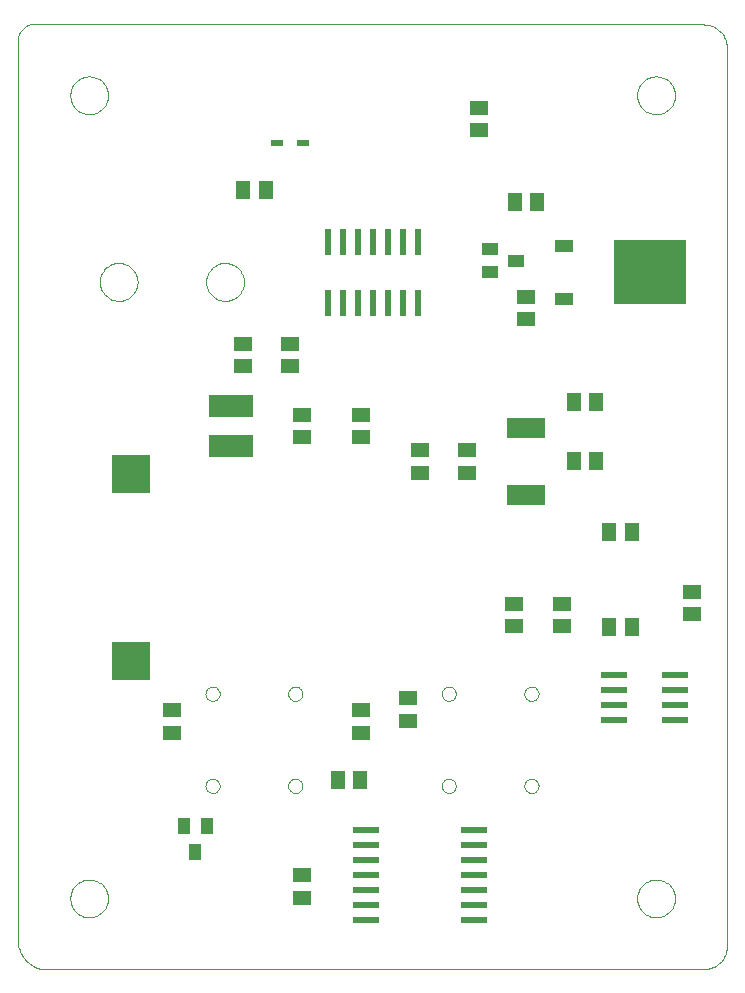
<source format=gtp>
G75*
G70*
%OFA0B0*%
%FSLAX24Y24*%
%IPPOS*%
%LPD*%
%AMOC8*
5,1,8,0,0,1.08239X$1,22.5*
%
%ADD10C,0.0000*%
%ADD11R,0.0591X0.0512*%
%ADD12R,0.0512X0.0591*%
%ADD13R,0.1500X0.0760*%
%ADD14R,0.0394X0.0236*%
%ADD15R,0.0236X0.0866*%
%ADD16R,0.0866X0.0236*%
%ADD17R,0.1260X0.1260*%
%ADD18R,0.0394X0.0551*%
%ADD19R,0.2441X0.2126*%
%ADD20R,0.0630X0.0394*%
%ADD21R,0.0551X0.0394*%
%ADD22R,0.1260X0.0709*%
D10*
X015719Y008027D02*
X015719Y037948D01*
X015736Y037993D01*
X015757Y038038D01*
X015781Y038080D01*
X015809Y038120D01*
X015839Y038159D01*
X015873Y038194D01*
X015909Y038227D01*
X015947Y038257D01*
X015988Y038284D01*
X016031Y038307D01*
X016075Y038327D01*
X016121Y038344D01*
X016168Y038357D01*
X016216Y038366D01*
X016265Y038371D01*
X016314Y038373D01*
X016363Y038371D01*
X016411Y038365D01*
X016459Y038355D01*
X016506Y038341D01*
X016506Y038342D02*
X038553Y038342D01*
X038553Y038341D02*
X038607Y038339D01*
X038660Y038334D01*
X038713Y038325D01*
X038765Y038312D01*
X038817Y038296D01*
X038867Y038276D01*
X038915Y038253D01*
X038962Y038226D01*
X039007Y038197D01*
X039050Y038164D01*
X039090Y038129D01*
X039128Y038091D01*
X039163Y038051D01*
X039196Y038008D01*
X039225Y037963D01*
X039252Y037916D01*
X039275Y037868D01*
X039295Y037818D01*
X039311Y037766D01*
X039324Y037714D01*
X039333Y037661D01*
X039338Y037608D01*
X039340Y037554D01*
X039341Y037554D02*
X039341Y007633D01*
X039340Y007633D02*
X039338Y007579D01*
X039333Y007526D01*
X039324Y007473D01*
X039311Y007421D01*
X039295Y007369D01*
X039275Y007319D01*
X039252Y007271D01*
X039225Y007224D01*
X039196Y007179D01*
X039163Y007136D01*
X039128Y007096D01*
X039090Y007058D01*
X039050Y007023D01*
X039007Y006990D01*
X038962Y006961D01*
X038915Y006934D01*
X038867Y006911D01*
X038817Y006891D01*
X038765Y006875D01*
X038713Y006862D01*
X038660Y006853D01*
X038607Y006848D01*
X038553Y006846D01*
X016506Y006846D01*
X016506Y006845D02*
X016447Y006859D01*
X016389Y006876D01*
X016332Y006897D01*
X016276Y006921D01*
X016222Y006949D01*
X016170Y006979D01*
X016119Y007013D01*
X016071Y007050D01*
X016025Y007089D01*
X015982Y007132D01*
X015941Y007176D01*
X015903Y007224D01*
X015868Y007273D01*
X015836Y007325D01*
X015807Y007378D01*
X015781Y007433D01*
X015759Y007489D01*
X015740Y007547D01*
X015724Y007606D01*
X015713Y007665D01*
X015704Y007725D01*
X015700Y007786D01*
X015699Y007846D01*
X015702Y007907D01*
X015708Y007967D01*
X015718Y008027D01*
X017451Y009208D02*
X017453Y009258D01*
X017459Y009308D01*
X017469Y009357D01*
X017483Y009405D01*
X017500Y009452D01*
X017521Y009497D01*
X017546Y009541D01*
X017574Y009582D01*
X017606Y009621D01*
X017640Y009658D01*
X017677Y009692D01*
X017717Y009722D01*
X017759Y009749D01*
X017803Y009773D01*
X017849Y009794D01*
X017896Y009810D01*
X017944Y009823D01*
X017994Y009832D01*
X018043Y009837D01*
X018094Y009838D01*
X018144Y009835D01*
X018193Y009828D01*
X018242Y009817D01*
X018290Y009802D01*
X018336Y009784D01*
X018381Y009762D01*
X018424Y009736D01*
X018465Y009707D01*
X018504Y009675D01*
X018540Y009640D01*
X018572Y009602D01*
X018602Y009562D01*
X018629Y009519D01*
X018652Y009475D01*
X018671Y009429D01*
X018687Y009381D01*
X018699Y009332D01*
X018707Y009283D01*
X018711Y009233D01*
X018711Y009183D01*
X018707Y009133D01*
X018699Y009084D01*
X018687Y009035D01*
X018671Y008987D01*
X018652Y008941D01*
X018629Y008897D01*
X018602Y008854D01*
X018572Y008814D01*
X018540Y008776D01*
X018504Y008741D01*
X018465Y008709D01*
X018424Y008680D01*
X018381Y008654D01*
X018336Y008632D01*
X018290Y008614D01*
X018242Y008599D01*
X018193Y008588D01*
X018144Y008581D01*
X018094Y008578D01*
X018043Y008579D01*
X017994Y008584D01*
X017944Y008593D01*
X017896Y008606D01*
X017849Y008622D01*
X017803Y008643D01*
X017759Y008667D01*
X017717Y008694D01*
X017677Y008724D01*
X017640Y008758D01*
X017606Y008795D01*
X017574Y008834D01*
X017546Y008875D01*
X017521Y008919D01*
X017500Y008964D01*
X017483Y009011D01*
X017469Y009059D01*
X017459Y009108D01*
X017453Y009158D01*
X017451Y009208D01*
X021957Y012960D02*
X021959Y012990D01*
X021965Y013020D01*
X021974Y013049D01*
X021987Y013076D01*
X022004Y013101D01*
X022023Y013124D01*
X022046Y013145D01*
X022071Y013162D01*
X022097Y013176D01*
X022126Y013186D01*
X022155Y013193D01*
X022185Y013196D01*
X022216Y013195D01*
X022246Y013190D01*
X022275Y013181D01*
X022302Y013169D01*
X022328Y013154D01*
X022352Y013135D01*
X022373Y013113D01*
X022391Y013089D01*
X022406Y013062D01*
X022417Y013034D01*
X022425Y013005D01*
X022429Y012975D01*
X022429Y012945D01*
X022425Y012915D01*
X022417Y012886D01*
X022406Y012858D01*
X022391Y012831D01*
X022373Y012807D01*
X022352Y012785D01*
X022328Y012766D01*
X022302Y012751D01*
X022275Y012739D01*
X022246Y012730D01*
X022216Y012725D01*
X022185Y012724D01*
X022155Y012727D01*
X022126Y012734D01*
X022097Y012744D01*
X022071Y012758D01*
X022046Y012775D01*
X022023Y012796D01*
X022004Y012819D01*
X021987Y012844D01*
X021974Y012871D01*
X021965Y012900D01*
X021959Y012930D01*
X021957Y012960D01*
X024713Y012960D02*
X024715Y012990D01*
X024721Y013020D01*
X024730Y013049D01*
X024743Y013076D01*
X024760Y013101D01*
X024779Y013124D01*
X024802Y013145D01*
X024827Y013162D01*
X024853Y013176D01*
X024882Y013186D01*
X024911Y013193D01*
X024941Y013196D01*
X024972Y013195D01*
X025002Y013190D01*
X025031Y013181D01*
X025058Y013169D01*
X025084Y013154D01*
X025108Y013135D01*
X025129Y013113D01*
X025147Y013089D01*
X025162Y013062D01*
X025173Y013034D01*
X025181Y013005D01*
X025185Y012975D01*
X025185Y012945D01*
X025181Y012915D01*
X025173Y012886D01*
X025162Y012858D01*
X025147Y012831D01*
X025129Y012807D01*
X025108Y012785D01*
X025084Y012766D01*
X025058Y012751D01*
X025031Y012739D01*
X025002Y012730D01*
X024972Y012725D01*
X024941Y012724D01*
X024911Y012727D01*
X024882Y012734D01*
X024853Y012744D01*
X024827Y012758D01*
X024802Y012775D01*
X024779Y012796D01*
X024760Y012819D01*
X024743Y012844D01*
X024730Y012871D01*
X024721Y012900D01*
X024715Y012930D01*
X024713Y012960D01*
X024713Y016031D02*
X024715Y016061D01*
X024721Y016091D01*
X024730Y016120D01*
X024743Y016147D01*
X024760Y016172D01*
X024779Y016195D01*
X024802Y016216D01*
X024827Y016233D01*
X024853Y016247D01*
X024882Y016257D01*
X024911Y016264D01*
X024941Y016267D01*
X024972Y016266D01*
X025002Y016261D01*
X025031Y016252D01*
X025058Y016240D01*
X025084Y016225D01*
X025108Y016206D01*
X025129Y016184D01*
X025147Y016160D01*
X025162Y016133D01*
X025173Y016105D01*
X025181Y016076D01*
X025185Y016046D01*
X025185Y016016D01*
X025181Y015986D01*
X025173Y015957D01*
X025162Y015929D01*
X025147Y015902D01*
X025129Y015878D01*
X025108Y015856D01*
X025084Y015837D01*
X025058Y015822D01*
X025031Y015810D01*
X025002Y015801D01*
X024972Y015796D01*
X024941Y015795D01*
X024911Y015798D01*
X024882Y015805D01*
X024853Y015815D01*
X024827Y015829D01*
X024802Y015846D01*
X024779Y015867D01*
X024760Y015890D01*
X024743Y015915D01*
X024730Y015942D01*
X024721Y015971D01*
X024715Y016001D01*
X024713Y016031D01*
X021957Y016031D02*
X021959Y016061D01*
X021965Y016091D01*
X021974Y016120D01*
X021987Y016147D01*
X022004Y016172D01*
X022023Y016195D01*
X022046Y016216D01*
X022071Y016233D01*
X022097Y016247D01*
X022126Y016257D01*
X022155Y016264D01*
X022185Y016267D01*
X022216Y016266D01*
X022246Y016261D01*
X022275Y016252D01*
X022302Y016240D01*
X022328Y016225D01*
X022352Y016206D01*
X022373Y016184D01*
X022391Y016160D01*
X022406Y016133D01*
X022417Y016105D01*
X022425Y016076D01*
X022429Y016046D01*
X022429Y016016D01*
X022425Y015986D01*
X022417Y015957D01*
X022406Y015929D01*
X022391Y015902D01*
X022373Y015878D01*
X022352Y015856D01*
X022328Y015837D01*
X022302Y015822D01*
X022275Y015810D01*
X022246Y015801D01*
X022216Y015796D01*
X022185Y015795D01*
X022155Y015798D01*
X022126Y015805D01*
X022097Y015815D01*
X022071Y015829D01*
X022046Y015846D01*
X022023Y015867D01*
X022004Y015890D01*
X021987Y015915D01*
X021974Y015942D01*
X021965Y015971D01*
X021959Y016001D01*
X021957Y016031D01*
X029831Y016031D02*
X029833Y016061D01*
X029839Y016091D01*
X029848Y016120D01*
X029861Y016147D01*
X029878Y016172D01*
X029897Y016195D01*
X029920Y016216D01*
X029945Y016233D01*
X029971Y016247D01*
X030000Y016257D01*
X030029Y016264D01*
X030059Y016267D01*
X030090Y016266D01*
X030120Y016261D01*
X030149Y016252D01*
X030176Y016240D01*
X030202Y016225D01*
X030226Y016206D01*
X030247Y016184D01*
X030265Y016160D01*
X030280Y016133D01*
X030291Y016105D01*
X030299Y016076D01*
X030303Y016046D01*
X030303Y016016D01*
X030299Y015986D01*
X030291Y015957D01*
X030280Y015929D01*
X030265Y015902D01*
X030247Y015878D01*
X030226Y015856D01*
X030202Y015837D01*
X030176Y015822D01*
X030149Y015810D01*
X030120Y015801D01*
X030090Y015796D01*
X030059Y015795D01*
X030029Y015798D01*
X030000Y015805D01*
X029971Y015815D01*
X029945Y015829D01*
X029920Y015846D01*
X029897Y015867D01*
X029878Y015890D01*
X029861Y015915D01*
X029848Y015942D01*
X029839Y015971D01*
X029833Y016001D01*
X029831Y016031D01*
X032587Y016031D02*
X032589Y016061D01*
X032595Y016091D01*
X032604Y016120D01*
X032617Y016147D01*
X032634Y016172D01*
X032653Y016195D01*
X032676Y016216D01*
X032701Y016233D01*
X032727Y016247D01*
X032756Y016257D01*
X032785Y016264D01*
X032815Y016267D01*
X032846Y016266D01*
X032876Y016261D01*
X032905Y016252D01*
X032932Y016240D01*
X032958Y016225D01*
X032982Y016206D01*
X033003Y016184D01*
X033021Y016160D01*
X033036Y016133D01*
X033047Y016105D01*
X033055Y016076D01*
X033059Y016046D01*
X033059Y016016D01*
X033055Y015986D01*
X033047Y015957D01*
X033036Y015929D01*
X033021Y015902D01*
X033003Y015878D01*
X032982Y015856D01*
X032958Y015837D01*
X032932Y015822D01*
X032905Y015810D01*
X032876Y015801D01*
X032846Y015796D01*
X032815Y015795D01*
X032785Y015798D01*
X032756Y015805D01*
X032727Y015815D01*
X032701Y015829D01*
X032676Y015846D01*
X032653Y015867D01*
X032634Y015890D01*
X032617Y015915D01*
X032604Y015942D01*
X032595Y015971D01*
X032589Y016001D01*
X032587Y016031D01*
X032587Y012960D02*
X032589Y012990D01*
X032595Y013020D01*
X032604Y013049D01*
X032617Y013076D01*
X032634Y013101D01*
X032653Y013124D01*
X032676Y013145D01*
X032701Y013162D01*
X032727Y013176D01*
X032756Y013186D01*
X032785Y013193D01*
X032815Y013196D01*
X032846Y013195D01*
X032876Y013190D01*
X032905Y013181D01*
X032932Y013169D01*
X032958Y013154D01*
X032982Y013135D01*
X033003Y013113D01*
X033021Y013089D01*
X033036Y013062D01*
X033047Y013034D01*
X033055Y013005D01*
X033059Y012975D01*
X033059Y012945D01*
X033055Y012915D01*
X033047Y012886D01*
X033036Y012858D01*
X033021Y012831D01*
X033003Y012807D01*
X032982Y012785D01*
X032958Y012766D01*
X032932Y012751D01*
X032905Y012739D01*
X032876Y012730D01*
X032846Y012725D01*
X032815Y012724D01*
X032785Y012727D01*
X032756Y012734D01*
X032727Y012744D01*
X032701Y012758D01*
X032676Y012775D01*
X032653Y012796D01*
X032634Y012819D01*
X032617Y012844D01*
X032604Y012871D01*
X032595Y012900D01*
X032589Y012930D01*
X032587Y012960D01*
X029831Y012960D02*
X029833Y012990D01*
X029839Y013020D01*
X029848Y013049D01*
X029861Y013076D01*
X029878Y013101D01*
X029897Y013124D01*
X029920Y013145D01*
X029945Y013162D01*
X029971Y013176D01*
X030000Y013186D01*
X030029Y013193D01*
X030059Y013196D01*
X030090Y013195D01*
X030120Y013190D01*
X030149Y013181D01*
X030176Y013169D01*
X030202Y013154D01*
X030226Y013135D01*
X030247Y013113D01*
X030265Y013089D01*
X030280Y013062D01*
X030291Y013034D01*
X030299Y013005D01*
X030303Y012975D01*
X030303Y012945D01*
X030299Y012915D01*
X030291Y012886D01*
X030280Y012858D01*
X030265Y012831D01*
X030247Y012807D01*
X030226Y012785D01*
X030202Y012766D01*
X030176Y012751D01*
X030149Y012739D01*
X030120Y012730D01*
X030090Y012725D01*
X030059Y012724D01*
X030029Y012727D01*
X030000Y012734D01*
X029971Y012744D01*
X029945Y012758D01*
X029920Y012775D01*
X029897Y012796D01*
X029878Y012819D01*
X029861Y012844D01*
X029848Y012871D01*
X029839Y012900D01*
X029833Y012930D01*
X029831Y012960D01*
X036349Y009208D02*
X036351Y009258D01*
X036357Y009308D01*
X036367Y009357D01*
X036381Y009405D01*
X036398Y009452D01*
X036419Y009497D01*
X036444Y009541D01*
X036472Y009582D01*
X036504Y009621D01*
X036538Y009658D01*
X036575Y009692D01*
X036615Y009722D01*
X036657Y009749D01*
X036701Y009773D01*
X036747Y009794D01*
X036794Y009810D01*
X036842Y009823D01*
X036892Y009832D01*
X036941Y009837D01*
X036992Y009838D01*
X037042Y009835D01*
X037091Y009828D01*
X037140Y009817D01*
X037188Y009802D01*
X037234Y009784D01*
X037279Y009762D01*
X037322Y009736D01*
X037363Y009707D01*
X037402Y009675D01*
X037438Y009640D01*
X037470Y009602D01*
X037500Y009562D01*
X037527Y009519D01*
X037550Y009475D01*
X037569Y009429D01*
X037585Y009381D01*
X037597Y009332D01*
X037605Y009283D01*
X037609Y009233D01*
X037609Y009183D01*
X037605Y009133D01*
X037597Y009084D01*
X037585Y009035D01*
X037569Y008987D01*
X037550Y008941D01*
X037527Y008897D01*
X037500Y008854D01*
X037470Y008814D01*
X037438Y008776D01*
X037402Y008741D01*
X037363Y008709D01*
X037322Y008680D01*
X037279Y008654D01*
X037234Y008632D01*
X037188Y008614D01*
X037140Y008599D01*
X037091Y008588D01*
X037042Y008581D01*
X036992Y008578D01*
X036941Y008579D01*
X036892Y008584D01*
X036842Y008593D01*
X036794Y008606D01*
X036747Y008622D01*
X036701Y008643D01*
X036657Y008667D01*
X036615Y008694D01*
X036575Y008724D01*
X036538Y008758D01*
X036504Y008795D01*
X036472Y008834D01*
X036444Y008875D01*
X036419Y008919D01*
X036398Y008964D01*
X036381Y009011D01*
X036367Y009059D01*
X036357Y009108D01*
X036351Y009158D01*
X036349Y009208D01*
X021979Y029759D02*
X021981Y029809D01*
X021987Y029859D01*
X021997Y029908D01*
X022011Y029956D01*
X022028Y030003D01*
X022049Y030048D01*
X022074Y030092D01*
X022102Y030133D01*
X022134Y030172D01*
X022168Y030209D01*
X022205Y030243D01*
X022245Y030273D01*
X022287Y030300D01*
X022331Y030324D01*
X022377Y030345D01*
X022424Y030361D01*
X022472Y030374D01*
X022522Y030383D01*
X022571Y030388D01*
X022622Y030389D01*
X022672Y030386D01*
X022721Y030379D01*
X022770Y030368D01*
X022818Y030353D01*
X022864Y030335D01*
X022909Y030313D01*
X022952Y030287D01*
X022993Y030258D01*
X023032Y030226D01*
X023068Y030191D01*
X023100Y030153D01*
X023130Y030113D01*
X023157Y030070D01*
X023180Y030026D01*
X023199Y029980D01*
X023215Y029932D01*
X023227Y029883D01*
X023235Y029834D01*
X023239Y029784D01*
X023239Y029734D01*
X023235Y029684D01*
X023227Y029635D01*
X023215Y029586D01*
X023199Y029538D01*
X023180Y029492D01*
X023157Y029448D01*
X023130Y029405D01*
X023100Y029365D01*
X023068Y029327D01*
X023032Y029292D01*
X022993Y029260D01*
X022952Y029231D01*
X022909Y029205D01*
X022864Y029183D01*
X022818Y029165D01*
X022770Y029150D01*
X022721Y029139D01*
X022672Y029132D01*
X022622Y029129D01*
X022571Y029130D01*
X022522Y029135D01*
X022472Y029144D01*
X022424Y029157D01*
X022377Y029173D01*
X022331Y029194D01*
X022287Y029218D01*
X022245Y029245D01*
X022205Y029275D01*
X022168Y029309D01*
X022134Y029346D01*
X022102Y029385D01*
X022074Y029426D01*
X022049Y029470D01*
X022028Y029515D01*
X022011Y029562D01*
X021997Y029610D01*
X021987Y029659D01*
X021981Y029709D01*
X021979Y029759D01*
X018435Y029759D02*
X018437Y029809D01*
X018443Y029859D01*
X018453Y029908D01*
X018467Y029956D01*
X018484Y030003D01*
X018505Y030048D01*
X018530Y030092D01*
X018558Y030133D01*
X018590Y030172D01*
X018624Y030209D01*
X018661Y030243D01*
X018701Y030273D01*
X018743Y030300D01*
X018787Y030324D01*
X018833Y030345D01*
X018880Y030361D01*
X018928Y030374D01*
X018978Y030383D01*
X019027Y030388D01*
X019078Y030389D01*
X019128Y030386D01*
X019177Y030379D01*
X019226Y030368D01*
X019274Y030353D01*
X019320Y030335D01*
X019365Y030313D01*
X019408Y030287D01*
X019449Y030258D01*
X019488Y030226D01*
X019524Y030191D01*
X019556Y030153D01*
X019586Y030113D01*
X019613Y030070D01*
X019636Y030026D01*
X019655Y029980D01*
X019671Y029932D01*
X019683Y029883D01*
X019691Y029834D01*
X019695Y029784D01*
X019695Y029734D01*
X019691Y029684D01*
X019683Y029635D01*
X019671Y029586D01*
X019655Y029538D01*
X019636Y029492D01*
X019613Y029448D01*
X019586Y029405D01*
X019556Y029365D01*
X019524Y029327D01*
X019488Y029292D01*
X019449Y029260D01*
X019408Y029231D01*
X019365Y029205D01*
X019320Y029183D01*
X019274Y029165D01*
X019226Y029150D01*
X019177Y029139D01*
X019128Y029132D01*
X019078Y029129D01*
X019027Y029130D01*
X018978Y029135D01*
X018928Y029144D01*
X018880Y029157D01*
X018833Y029173D01*
X018787Y029194D01*
X018743Y029218D01*
X018701Y029245D01*
X018661Y029275D01*
X018624Y029309D01*
X018590Y029346D01*
X018558Y029385D01*
X018530Y029426D01*
X018505Y029470D01*
X018484Y029515D01*
X018467Y029562D01*
X018453Y029610D01*
X018443Y029659D01*
X018437Y029709D01*
X018435Y029759D01*
X017451Y035979D02*
X017453Y036029D01*
X017459Y036079D01*
X017469Y036128D01*
X017483Y036176D01*
X017500Y036223D01*
X017521Y036268D01*
X017546Y036312D01*
X017574Y036353D01*
X017606Y036392D01*
X017640Y036429D01*
X017677Y036463D01*
X017717Y036493D01*
X017759Y036520D01*
X017803Y036544D01*
X017849Y036565D01*
X017896Y036581D01*
X017944Y036594D01*
X017994Y036603D01*
X018043Y036608D01*
X018094Y036609D01*
X018144Y036606D01*
X018193Y036599D01*
X018242Y036588D01*
X018290Y036573D01*
X018336Y036555D01*
X018381Y036533D01*
X018424Y036507D01*
X018465Y036478D01*
X018504Y036446D01*
X018540Y036411D01*
X018572Y036373D01*
X018602Y036333D01*
X018629Y036290D01*
X018652Y036246D01*
X018671Y036200D01*
X018687Y036152D01*
X018699Y036103D01*
X018707Y036054D01*
X018711Y036004D01*
X018711Y035954D01*
X018707Y035904D01*
X018699Y035855D01*
X018687Y035806D01*
X018671Y035758D01*
X018652Y035712D01*
X018629Y035668D01*
X018602Y035625D01*
X018572Y035585D01*
X018540Y035547D01*
X018504Y035512D01*
X018465Y035480D01*
X018424Y035451D01*
X018381Y035425D01*
X018336Y035403D01*
X018290Y035385D01*
X018242Y035370D01*
X018193Y035359D01*
X018144Y035352D01*
X018094Y035349D01*
X018043Y035350D01*
X017994Y035355D01*
X017944Y035364D01*
X017896Y035377D01*
X017849Y035393D01*
X017803Y035414D01*
X017759Y035438D01*
X017717Y035465D01*
X017677Y035495D01*
X017640Y035529D01*
X017606Y035566D01*
X017574Y035605D01*
X017546Y035646D01*
X017521Y035690D01*
X017500Y035735D01*
X017483Y035782D01*
X017469Y035830D01*
X017459Y035879D01*
X017453Y035929D01*
X017451Y035979D01*
X036349Y035979D02*
X036351Y036029D01*
X036357Y036079D01*
X036367Y036128D01*
X036381Y036176D01*
X036398Y036223D01*
X036419Y036268D01*
X036444Y036312D01*
X036472Y036353D01*
X036504Y036392D01*
X036538Y036429D01*
X036575Y036463D01*
X036615Y036493D01*
X036657Y036520D01*
X036701Y036544D01*
X036747Y036565D01*
X036794Y036581D01*
X036842Y036594D01*
X036892Y036603D01*
X036941Y036608D01*
X036992Y036609D01*
X037042Y036606D01*
X037091Y036599D01*
X037140Y036588D01*
X037188Y036573D01*
X037234Y036555D01*
X037279Y036533D01*
X037322Y036507D01*
X037363Y036478D01*
X037402Y036446D01*
X037438Y036411D01*
X037470Y036373D01*
X037500Y036333D01*
X037527Y036290D01*
X037550Y036246D01*
X037569Y036200D01*
X037585Y036152D01*
X037597Y036103D01*
X037605Y036054D01*
X037609Y036004D01*
X037609Y035954D01*
X037605Y035904D01*
X037597Y035855D01*
X037585Y035806D01*
X037569Y035758D01*
X037550Y035712D01*
X037527Y035668D01*
X037500Y035625D01*
X037470Y035585D01*
X037438Y035547D01*
X037402Y035512D01*
X037363Y035480D01*
X037322Y035451D01*
X037279Y035425D01*
X037234Y035403D01*
X037188Y035385D01*
X037140Y035370D01*
X037091Y035359D01*
X037042Y035352D01*
X036992Y035349D01*
X036941Y035350D01*
X036892Y035355D01*
X036842Y035364D01*
X036794Y035377D01*
X036747Y035393D01*
X036701Y035414D01*
X036657Y035438D01*
X036615Y035465D01*
X036575Y035495D01*
X036538Y035529D01*
X036504Y035566D01*
X036472Y035605D01*
X036444Y035646D01*
X036419Y035690D01*
X036398Y035735D01*
X036381Y035782D01*
X036367Y035830D01*
X036357Y035879D01*
X036351Y035929D01*
X036349Y035979D01*
D11*
X031073Y035566D03*
X031073Y034818D03*
X032648Y029267D03*
X032648Y028519D03*
X030679Y024149D03*
X030679Y023401D03*
X029105Y023401D03*
X029105Y024149D03*
X027136Y024582D03*
X027136Y025330D03*
X025168Y025330D03*
X025168Y024582D03*
X024774Y026944D03*
X024774Y027692D03*
X023199Y027692D03*
X023199Y026944D03*
X032254Y019031D03*
X032254Y018283D03*
X033829Y018283D03*
X033829Y019031D03*
X038160Y018676D03*
X038160Y019424D03*
X028711Y015881D03*
X028711Y015133D03*
X027136Y015487D03*
X027136Y014739D03*
X025168Y009975D03*
X025168Y009227D03*
X020837Y014739D03*
X020837Y015487D03*
D12*
X026368Y013145D03*
X027116Y013145D03*
X035423Y018263D03*
X036172Y018263D03*
X036172Y021412D03*
X035423Y021412D03*
X034990Y023775D03*
X034242Y023775D03*
X034242Y025743D03*
X034990Y025743D03*
X033022Y032436D03*
X032274Y032436D03*
X023967Y032830D03*
X023219Y032830D03*
D13*
X022805Y025625D03*
X022805Y024286D03*
D14*
X024341Y034405D03*
X025207Y034405D03*
D15*
X026030Y031098D03*
X026530Y031098D03*
X027030Y031098D03*
X027530Y031098D03*
X028030Y031098D03*
X028530Y031098D03*
X029030Y031098D03*
X029030Y029050D03*
X028530Y029050D03*
X028030Y029050D03*
X027530Y029050D03*
X027030Y029050D03*
X026530Y029050D03*
X026030Y029050D03*
D16*
X035561Y016651D03*
X035561Y016151D03*
X035561Y015651D03*
X035561Y015151D03*
X037609Y015151D03*
X037609Y015651D03*
X037609Y016151D03*
X037609Y016651D03*
X030916Y011495D03*
X030916Y010995D03*
X030916Y010495D03*
X030916Y009995D03*
X030916Y009495D03*
X030916Y008995D03*
X030916Y008495D03*
X027294Y008495D03*
X027294Y008995D03*
X027294Y009495D03*
X027294Y009995D03*
X027294Y010495D03*
X027294Y010995D03*
X027294Y011495D03*
D17*
X019459Y017121D03*
X019459Y023342D03*
D18*
X021250Y011609D03*
X021998Y011609D03*
X021624Y010743D03*
D19*
X036782Y030074D03*
D20*
X033908Y030972D03*
X033908Y029176D03*
D21*
X032294Y030468D03*
X031427Y030842D03*
X031427Y030094D03*
D22*
X032648Y024877D03*
X032648Y022672D03*
M02*

</source>
